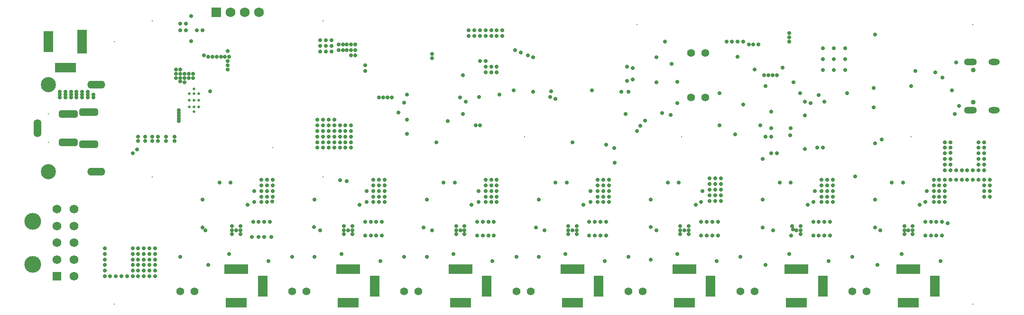
<source format=gbs>
G04*
G04 #@! TF.GenerationSoftware,Altium Limited,Altium Designer,24.5.2 (23)*
G04*
G04 Layer_Color=16711935*
%FSLAX44Y44*%
%MOMM*%
G71*
G04*
G04 #@! TF.SameCoordinates,18AD1EF8-D4E3-4D70-9127-A8B2740D653E*
G04*
G04*
G04 #@! TF.FilePolarity,Negative*
G04*
G01*
G75*
%ADD91C,3.0000*%
%ADD92C,1.5700*%
%ADD93R,1.5700X1.5700*%
%ADD94O,3.2032X1.4032*%
%ADD95C,0.2032*%
%ADD96O,1.4032X3.2032*%
G04:AMPARAMS|DCode=97|XSize=1.4032mm|YSize=3.4032mm|CornerRadius=0mm|HoleSize=0mm|Usage=FLASHONLY|Rotation=90.000|XOffset=0mm|YOffset=0mm|HoleType=Round|Shape=Octagon|*
%AMOCTAGOND97*
4,1,8,-1.7016,-0.3508,-1.7016,0.3508,-1.3508,0.7016,1.3508,0.7016,1.7016,0.3508,1.7016,-0.3508,1.3508,-0.7016,-1.3508,-0.7016,-1.7016,-0.3508,0.0*
%
%ADD97OCTAGOND97*%

%ADD98C,2.7032*%
%ADD99C,1.7272*%
%ADD100R,1.7272X1.7272*%
%ADD101C,1.4224*%
%ADD102R,4.2032X1.7032*%
%ADD103R,3.7032X1.7032*%
%ADD104R,1.7032X3.7032*%
%ADD105O,2.3032X1.2532*%
%ADD106O,2.0032X1.1032*%
%ADD107C,0.8532*%
%ADD108R,1.7032X4.2032*%
%ADD109C,0.7032*%
%ADD110C,0.5000*%
D91*
X21800Y121500D02*
D03*
Y198500D02*
D03*
D92*
X95000Y220000D02*
D03*
Y190000D02*
D03*
Y160000D02*
D03*
Y130000D02*
D03*
Y100000D02*
D03*
X65000Y220000D02*
D03*
Y190000D02*
D03*
Y160000D02*
D03*
Y130000D02*
D03*
D93*
Y100000D02*
D03*
D94*
X135000Y443000D02*
D03*
Y287000D02*
D03*
D95*
X50000Y390000D02*
D03*
Y340000D02*
D03*
X235200Y277500D02*
D03*
X540000D02*
D03*
Y556900D02*
D03*
X235200D02*
D03*
X1100000Y550000D02*
D03*
X1700000D02*
D03*
X1590000Y350000D02*
D03*
X167500Y50000D02*
D03*
Y520000D02*
D03*
X450000Y330000D02*
D03*
X900000Y350000D02*
D03*
X1180000D02*
D03*
X1700000Y50000D02*
D03*
D96*
X30000Y365000D02*
D03*
D97*
X85000Y340000D02*
D03*
Y390000D02*
D03*
X121500Y336000D02*
D03*
Y394000D02*
D03*
D98*
X50000Y443000D02*
D03*
Y287000D02*
D03*
D99*
X425700Y572140D02*
D03*
X400300D02*
D03*
X374900D02*
D03*
D100*
X349500D02*
D03*
D101*
X285000Y72500D02*
D03*
X310400D02*
D03*
X1222400Y500000D02*
D03*
X1197000D02*
D03*
X510400Y72500D02*
D03*
X485000D02*
D03*
X1510400D02*
D03*
X1485000D02*
D03*
X1310400D02*
D03*
X1285000D02*
D03*
X1110400D02*
D03*
X1085000D02*
D03*
X910400D02*
D03*
X885000D02*
D03*
X710400D02*
D03*
X685000D02*
D03*
X1222400Y420000D02*
D03*
X1197000D02*
D03*
D102*
X385000Y112500D02*
D03*
X1585000D02*
D03*
X1385000D02*
D03*
X1185000D02*
D03*
X985000D02*
D03*
X785000D02*
D03*
X585000D02*
D03*
D103*
X385000Y52500D02*
D03*
X1585000D02*
D03*
X1385000D02*
D03*
X1185000D02*
D03*
X985000D02*
D03*
X785000D02*
D03*
X585000D02*
D03*
X80000Y473000D02*
D03*
D104*
X432000Y82500D02*
D03*
X1632000D02*
D03*
X1432000D02*
D03*
X1232000D02*
D03*
X1032000D02*
D03*
X832000D02*
D03*
X632000D02*
D03*
X50000Y520000D02*
D03*
D105*
X1695700Y397014D02*
D03*
Y483414D02*
D03*
D106*
X1737500Y397014D02*
D03*
Y483414D02*
D03*
D107*
X1700700Y469114D02*
D03*
Y411314D02*
D03*
D108*
X110000Y520000D02*
D03*
D109*
X850000Y465000D02*
D03*
X795000Y412500D02*
D03*
X570330Y272170D02*
D03*
X674670Y392830D02*
D03*
X662500Y420000D02*
D03*
X640000D02*
D03*
X647500D02*
D03*
X567500Y505000D02*
D03*
X575000D02*
D03*
X582500D02*
D03*
X567500Y515000D02*
D03*
X575000D02*
D03*
X582500D02*
D03*
X210000Y342500D02*
D03*
X222500D02*
D03*
X235000D02*
D03*
X275000D02*
D03*
X260000D02*
D03*
X245000D02*
D03*
X1380000Y446770D02*
D03*
X338515Y430908D02*
D03*
X1320730Y369798D02*
D03*
X1247500Y370000D02*
D03*
X1275433Y353869D02*
D03*
X1135144Y182356D02*
D03*
X1124484Y188016D02*
D03*
X1343270Y182500D02*
D03*
X955000Y417500D02*
D03*
X525000Y236730D02*
D03*
X1597500Y467500D02*
D03*
X1115000Y378270D02*
D03*
X719230Y187500D02*
D03*
X524119Y187651D02*
D03*
X535016Y182491D02*
D03*
X1082971Y449319D02*
D03*
X1290000Y407500D02*
D03*
X1330000Y350000D02*
D03*
X1475000Y427500D02*
D03*
X1523016Y436984D02*
D03*
X1360000Y473270D02*
D03*
X1373902Y352157D02*
D03*
X1424464Y424464D02*
D03*
X1400000Y412500D02*
D03*
X1340056Y395040D02*
D03*
X1410000Y410000D02*
D03*
X1392014Y428005D02*
D03*
X1172500Y410000D02*
D03*
X1145000Y392500D02*
D03*
X1080431Y390601D02*
D03*
X905488Y495734D02*
D03*
X892500Y500870D02*
D03*
X684631Y410310D02*
D03*
X945770Y420770D02*
D03*
X818831D02*
D03*
X855040Y425310D02*
D03*
X1135000Y491730D02*
D03*
X915000D02*
D03*
X282531Y382339D02*
D03*
X260000Y350000D02*
D03*
X275000D02*
D03*
X222500D02*
D03*
X210000D02*
D03*
X1160209Y388303D02*
D03*
X790000Y390000D02*
D03*
X1350000Y320000D02*
D03*
X1340000D02*
D03*
X742500Y340000D02*
D03*
X762500Y377500D02*
D03*
X690000Y355000D02*
D03*
X245000Y350000D02*
D03*
X235000D02*
D03*
X655000Y420000D02*
D03*
X615000Y467500D02*
D03*
X1655000Y195000D02*
D03*
X285222Y448779D02*
D03*
X1060310Y303051D02*
D03*
X282500Y392500D02*
D03*
X1342500Y459960D02*
D03*
X1350000D02*
D03*
X1310000Y470000D02*
D03*
X1317500Y515000D02*
D03*
X1307750Y515000D02*
D03*
X1300000Y515000D02*
D03*
X1720000Y242500D02*
D03*
Y252500D02*
D03*
Y262500D02*
D03*
X1730000Y242500D02*
D03*
Y252500D02*
D03*
Y262500D02*
D03*
Y272500D02*
D03*
X1720000D02*
D03*
X1710000D02*
D03*
X1700000D02*
D03*
X1690000D02*
D03*
X1680000D02*
D03*
X1670000D02*
D03*
X1660000D02*
D03*
X1720000Y340000D02*
D03*
Y330000D02*
D03*
Y320000D02*
D03*
Y310000D02*
D03*
Y300000D02*
D03*
Y290000D02*
D03*
X1650000D02*
D03*
Y300000D02*
D03*
Y310000D02*
D03*
Y320000D02*
D03*
Y330000D02*
D03*
Y340000D02*
D03*
X1630000Y272500D02*
D03*
X1555000Y267500D02*
D03*
X370000Y477500D02*
D03*
X1082500Y475000D02*
D03*
X1092500Y472500D02*
D03*
X1327500Y460000D02*
D03*
X1335000D02*
D03*
X590000Y370000D02*
D03*
Y360000D02*
D03*
Y350000D02*
D03*
Y340000D02*
D03*
Y330000D02*
D03*
X580000D02*
D03*
Y340000D02*
D03*
Y350000D02*
D03*
Y360000D02*
D03*
Y370000D02*
D03*
X735000Y497500D02*
D03*
X590000Y495000D02*
D03*
Y505000D02*
D03*
Y515000D02*
D03*
X615000Y477500D02*
D03*
X597500Y495000D02*
D03*
Y505000D02*
D03*
Y515000D02*
D03*
X545000Y502500D02*
D03*
Y512500D02*
D03*
X285000Y470000D02*
D03*
X277500D02*
D03*
Y455000D02*
D03*
Y462500D02*
D03*
X285000Y455000D02*
D03*
Y462500D02*
D03*
X292500D02*
D03*
X282500Y377500D02*
D03*
X282344Y387240D02*
D03*
X282500Y397500D02*
D03*
X130000Y420000D02*
D03*
Y425000D02*
D03*
X120000Y420000D02*
D03*
Y425000D02*
D03*
Y430000D02*
D03*
X110000Y420000D02*
D03*
Y425000D02*
D03*
Y430000D02*
D03*
X100000Y420000D02*
D03*
Y425000D02*
D03*
Y430000D02*
D03*
X90000Y420000D02*
D03*
Y425000D02*
D03*
Y430000D02*
D03*
X80000Y420000D02*
D03*
Y425000D02*
D03*
Y430000D02*
D03*
X70000Y420000D02*
D03*
Y425000D02*
D03*
Y430000D02*
D03*
X327500Y495000D02*
D03*
X370000Y502590D02*
D03*
X735000Y490000D02*
D03*
X545000Y522500D02*
D03*
X555000D02*
D03*
X535000D02*
D03*
Y502500D02*
D03*
Y512500D02*
D03*
X555000Y502500D02*
D03*
Y512500D02*
D03*
X304904Y565541D02*
D03*
Y520541D02*
D03*
X314904Y540541D02*
D03*
X294904D02*
D03*
X207662Y327175D02*
D03*
X200000Y320000D02*
D03*
X690000Y380000D02*
D03*
X784656Y420344D02*
D03*
X790000Y460120D02*
D03*
X840000Y475000D02*
D03*
X830000D02*
D03*
X840000Y465000D02*
D03*
X860000Y540000D02*
D03*
X850000D02*
D03*
X840000D02*
D03*
X830000D02*
D03*
X820000D02*
D03*
X810000D02*
D03*
X800000D02*
D03*
X850000Y475000D02*
D03*
X840000Y530000D02*
D03*
X830000D02*
D03*
X860000D02*
D03*
X850000D02*
D03*
X800000D02*
D03*
X810000D02*
D03*
X820000D02*
D03*
X830000Y465000D02*
D03*
X820000Y485000D02*
D03*
X690000Y425000D02*
D03*
X1662500Y432500D02*
D03*
X1645457Y455417D02*
D03*
X1667500Y390000D02*
D03*
X1632500Y465000D02*
D03*
X1590000Y440000D02*
D03*
X1670000Y482500D02*
D03*
X1710000Y340000D02*
D03*
Y330000D02*
D03*
Y320000D02*
D03*
Y310000D02*
D03*
Y300000D02*
D03*
Y290000D02*
D03*
X1700000D02*
D03*
X1690000D02*
D03*
X1680000D02*
D03*
X1670000D02*
D03*
X1660000D02*
D03*
Y300000D02*
D03*
Y310000D02*
D03*
X1660359Y320667D02*
D03*
X1660000Y340000D02*
D03*
X570000Y330000D02*
D03*
Y340000D02*
D03*
Y350000D02*
D03*
Y360000D02*
D03*
Y370000D02*
D03*
X560000Y330000D02*
D03*
Y340000D02*
D03*
Y350000D02*
D03*
Y360000D02*
D03*
Y370000D02*
D03*
Y380000D02*
D03*
X550000Y330000D02*
D03*
Y340000D02*
D03*
Y350000D02*
D03*
Y360000D02*
D03*
Y370000D02*
D03*
Y380000D02*
D03*
X540000Y350000D02*
D03*
Y330000D02*
D03*
Y340000D02*
D03*
Y360000D02*
D03*
Y370000D02*
D03*
Y380000D02*
D03*
X530000Y330000D02*
D03*
Y340000D02*
D03*
Y350000D02*
D03*
Y360000D02*
D03*
Y370000D02*
D03*
Y380000D02*
D03*
X1092500Y452500D02*
D03*
X1085000Y430000D02*
D03*
X947500Y430991D02*
D03*
X880000Y432500D02*
D03*
X915000Y430000D02*
D03*
X1020000Y432540D02*
D03*
X1072500Y430000D02*
D03*
X325000Y540000D02*
D03*
X372500Y492500D02*
D03*
X365000D02*
D03*
X357500D02*
D03*
X350000D02*
D03*
X342500D02*
D03*
X335000D02*
D03*
X370000Y485000D02*
D03*
Y470000D02*
D03*
X292500Y447500D02*
D03*
X300000Y462500D02*
D03*
X307500D02*
D03*
Y455000D02*
D03*
X300000D02*
D03*
X292500D02*
D03*
X830000Y485000D02*
D03*
X919960Y187500D02*
D03*
X850000Y272500D02*
D03*
Y252500D02*
D03*
X840000Y262500D02*
D03*
X830000Y272500D02*
D03*
X840000Y242500D02*
D03*
X850000Y232500D02*
D03*
Y242500D02*
D03*
X830000Y262500D02*
D03*
X840000Y252500D02*
D03*
X830000D02*
D03*
Y232500D02*
D03*
X817500D02*
D03*
X845000Y197500D02*
D03*
X835000D02*
D03*
X805000Y227500D02*
D03*
X812540Y370000D02*
D03*
X817500Y252500D02*
D03*
X820000Y370000D02*
D03*
X830000Y242500D02*
D03*
X882500Y505000D02*
D03*
X582500Y270000D02*
D03*
X1106313Y369028D02*
D03*
X1100000Y360000D02*
D03*
X985000Y340000D02*
D03*
X1045000Y335000D02*
D03*
X1059954Y329672D02*
D03*
X1372500Y520000D02*
D03*
Y527500D02*
D03*
X1280000Y492500D02*
D03*
X1150000Y520000D02*
D03*
X840000Y272500D02*
D03*
Y232500D02*
D03*
X850000Y262500D02*
D03*
X425000Y170000D02*
D03*
X392500Y175000D02*
D03*
X329960Y182500D02*
D03*
X355000Y267500D02*
D03*
X375000D02*
D03*
X430000Y272500D02*
D03*
X450000Y262500D02*
D03*
X377500Y182500D02*
D03*
Y190000D02*
D03*
X440000Y252500D02*
D03*
X430000Y242500D02*
D03*
X417500Y252500D02*
D03*
X430000Y262500D02*
D03*
X440000Y272500D02*
D03*
X430000Y252500D02*
D03*
X417500Y232500D02*
D03*
X440000Y262500D02*
D03*
X450000Y272500D02*
D03*
X405000Y227500D02*
D03*
X415000Y197500D02*
D03*
X440000Y232500D02*
D03*
X392500Y182500D02*
D03*
X450000Y242500D02*
D03*
X448936Y233564D02*
D03*
X425000Y197500D02*
D03*
X435000Y197500D02*
D03*
X412500Y170000D02*
D03*
X445000Y197500D02*
D03*
X1450000Y272500D02*
D03*
X1422500Y330000D02*
D03*
X1432500D02*
D03*
X1660000D02*
D03*
X1162500Y480000D02*
D03*
X1247500Y427460D02*
D03*
X1522500Y402500D02*
D03*
X1435000Y412500D02*
D03*
X1400000Y327500D02*
D03*
X1375000Y365000D02*
D03*
X1400000Y387500D02*
D03*
X325000Y187500D02*
D03*
Y237500D02*
D03*
X440000Y242500D02*
D03*
X450000Y252500D02*
D03*
X335000Y120000D02*
D03*
X442500Y127500D02*
D03*
X285000Y135000D02*
D03*
X372500Y140000D02*
D03*
X447314Y170186D02*
D03*
X435000Y170000D02*
D03*
X377500Y175000D02*
D03*
X385000Y182500D02*
D03*
X392500Y190000D02*
D03*
X430000Y232500D02*
D03*
X1135000Y447500D02*
D03*
X1172500Y448055D02*
D03*
X1330000Y440000D02*
D03*
X1489919Y278293D02*
D03*
X1675000Y405000D02*
D03*
X1325000Y310000D02*
D03*
X1340000Y350000D02*
D03*
X285000Y540000D02*
D03*
Y552500D02*
D03*
X295000D02*
D03*
X1324920Y237500D02*
D03*
Y187500D02*
D03*
X1250000Y275000D02*
D03*
X1240000D02*
D03*
X1250000Y265000D02*
D03*
X1240000D02*
D03*
X1250000Y255000D02*
D03*
X1230000Y275000D02*
D03*
X1250000Y245000D02*
D03*
X1230000Y265000D02*
D03*
X1240000Y255000D02*
D03*
X925000Y237500D02*
D03*
X1040000Y272500D02*
D03*
X1050000D02*
D03*
X1230000Y255000D02*
D03*
X1250000Y235000D02*
D03*
X1240000Y245000D02*
D03*
X1217500Y252500D02*
D03*
X1240000Y235000D02*
D03*
X1230000Y245000D02*
D03*
X1290000Y520000D02*
D03*
X1280000D02*
D03*
X1270000D02*
D03*
X1260000D02*
D03*
X1525000Y532500D02*
D03*
X1372500Y535000D02*
D03*
X1340000Y365000D02*
D03*
X1525000Y337500D02*
D03*
X1537500Y345000D02*
D03*
X1432250Y488500D02*
D03*
X190000Y100000D02*
D03*
X180000D02*
D03*
X170000D02*
D03*
X160000D02*
D03*
X150000D02*
D03*
Y110000D02*
D03*
Y120000D02*
D03*
Y130000D02*
D03*
Y140000D02*
D03*
Y150000D02*
D03*
X240000Y100000D02*
D03*
Y110000D02*
D03*
Y120000D02*
D03*
Y130000D02*
D03*
Y140000D02*
D03*
Y150000D02*
D03*
X230000D02*
D03*
Y140000D02*
D03*
Y130000D02*
D03*
Y120000D02*
D03*
Y110000D02*
D03*
Y100000D02*
D03*
X220000D02*
D03*
Y110000D02*
D03*
Y120000D02*
D03*
Y130000D02*
D03*
Y140000D02*
D03*
Y150000D02*
D03*
X210000Y100000D02*
D03*
Y110000D02*
D03*
Y120000D02*
D03*
Y130000D02*
D03*
Y140000D02*
D03*
Y150000D02*
D03*
X200000Y100000D02*
D03*
Y110000D02*
D03*
Y120000D02*
D03*
Y130000D02*
D03*
Y140000D02*
D03*
Y150000D02*
D03*
X1432250Y508250D02*
D03*
X1471750Y468750D02*
D03*
X1452000D02*
D03*
X1432250D02*
D03*
X1452000Y508250D02*
D03*
X1471750D02*
D03*
Y488500D02*
D03*
X1452000D02*
D03*
X1530000Y120000D02*
D03*
X1378564Y183564D02*
D03*
X1375186Y172686D02*
D03*
X1485000Y135000D02*
D03*
X1330000Y120000D02*
D03*
X1125000Y130000D02*
D03*
X925000Y135000D02*
D03*
X725000D02*
D03*
X525000D02*
D03*
X1615000Y172500D02*
D03*
X1630000Y242500D02*
D03*
X1640000Y262500D02*
D03*
X1630000D02*
D03*
X1615000Y197500D02*
D03*
X1645000D02*
D03*
X1640000Y232500D02*
D03*
X1615000D02*
D03*
X1605000Y227500D02*
D03*
X1650000Y272500D02*
D03*
X1640000D02*
D03*
X1625000Y197500D02*
D03*
X1635000D02*
D03*
X1625000Y172500D02*
D03*
X1635000D02*
D03*
X1642500Y127500D02*
D03*
X1525000Y237500D02*
D03*
Y187500D02*
D03*
X1535000Y182500D02*
D03*
X1617500Y252500D02*
D03*
X1575000Y267500D02*
D03*
X1592500Y182500D02*
D03*
Y190000D02*
D03*
Y175000D02*
D03*
X1577500Y190000D02*
D03*
X1585000Y182500D02*
D03*
X1577500D02*
D03*
Y175000D02*
D03*
X1572500Y140000D02*
D03*
X1205000Y227500D02*
D03*
X1245000Y172500D02*
D03*
X1225000Y197500D02*
D03*
X1235000D02*
D03*
Y172500D02*
D03*
X1225000D02*
D03*
X1242500Y127500D02*
D03*
X1125000Y237500D02*
D03*
X1175000Y267500D02*
D03*
X1155000D02*
D03*
X1085000Y135000D02*
D03*
X1192500Y182500D02*
D03*
Y175000D02*
D03*
Y190000D02*
D03*
X1177500D02*
D03*
X1185000Y182500D02*
D03*
X1177500D02*
D03*
Y175000D02*
D03*
X1172500Y140000D02*
D03*
X1440000Y242500D02*
D03*
X1430000Y252500D02*
D03*
Y262500D02*
D03*
X1445000Y197500D02*
D03*
X1430000Y232500D02*
D03*
X1415000D02*
D03*
X1405000Y227500D02*
D03*
X1450000Y242500D02*
D03*
Y252500D02*
D03*
Y262500D02*
D03*
X1440000Y272500D02*
D03*
X1430000D02*
D03*
X1425000Y197500D02*
D03*
X1435000D02*
D03*
Y172500D02*
D03*
X1425000D02*
D03*
X1442500Y127500D02*
D03*
X1417500Y252500D02*
D03*
X1375000Y267500D02*
D03*
X1355000D02*
D03*
X1285000Y135000D02*
D03*
X1392500Y182500D02*
D03*
Y175000D02*
D03*
Y190000D02*
D03*
X1377500D02*
D03*
X1385000Y182500D02*
D03*
X1372500Y140000D02*
D03*
X1245000Y197500D02*
D03*
X1230000Y235000D02*
D03*
X1215000Y232500D02*
D03*
X1040000Y242500D02*
D03*
X1030000D02*
D03*
X1040000Y262500D02*
D03*
X1030000D02*
D03*
X1015000Y197500D02*
D03*
X1045000D02*
D03*
X1005000Y227500D02*
D03*
X1050000Y262500D02*
D03*
X1030000Y272500D02*
D03*
X1025000Y197500D02*
D03*
X1035000D02*
D03*
Y172500D02*
D03*
X1025000D02*
D03*
X1042500Y127500D02*
D03*
X935000Y182500D02*
D03*
X1017500Y252500D02*
D03*
X975000Y267500D02*
D03*
X955000D02*
D03*
X885000Y135000D02*
D03*
X992500Y182500D02*
D03*
Y175000D02*
D03*
Y190000D02*
D03*
X977500D02*
D03*
X985000Y182500D02*
D03*
X977500D02*
D03*
Y175000D02*
D03*
X972500Y140000D02*
D03*
X825000Y197500D02*
D03*
X835000Y172500D02*
D03*
X825000D02*
D03*
X842500Y127500D02*
D03*
X725000Y237500D02*
D03*
X735000Y182500D02*
D03*
X775000Y267500D02*
D03*
X755000D02*
D03*
X685000Y135000D02*
D03*
X792500Y182500D02*
D03*
Y175000D02*
D03*
Y190000D02*
D03*
X777500D02*
D03*
X785000Y182500D02*
D03*
X777500D02*
D03*
Y175000D02*
D03*
X772500Y140000D02*
D03*
X615000Y172500D02*
D03*
X640000Y242500D02*
D03*
Y262500D02*
D03*
X650000D02*
D03*
Y272500D02*
D03*
X635000Y197500D02*
D03*
X625000D02*
D03*
X635000Y172500D02*
D03*
X625000D02*
D03*
X642500Y127500D02*
D03*
X617500Y252500D02*
D03*
X485000Y135000D02*
D03*
X592500Y182500D02*
D03*
Y175000D02*
D03*
Y190000D02*
D03*
X577500D02*
D03*
X585000Y182500D02*
D03*
X577500D02*
D03*
Y175000D02*
D03*
X572500Y140000D02*
D03*
X815000Y172500D02*
D03*
X845000D02*
D03*
X640000Y252500D02*
D03*
X630000Y262500D02*
D03*
X615000Y197500D02*
D03*
X645000D02*
D03*
X640000Y232500D02*
D03*
X645000Y172500D02*
D03*
X650000Y242500D02*
D03*
X1640000D02*
D03*
Y252500D02*
D03*
X1630000D02*
D03*
Y232500D02*
D03*
X1650000D02*
D03*
X1645000Y172500D02*
D03*
X1650000Y242500D02*
D03*
Y252500D02*
D03*
Y262500D02*
D03*
X1415000Y172500D02*
D03*
X1430000Y242500D02*
D03*
X1440000Y252500D02*
D03*
Y262500D02*
D03*
X1415000Y197500D02*
D03*
X1440000Y232500D02*
D03*
X1450000D02*
D03*
X1445000Y172500D02*
D03*
X1215000D02*
D03*
Y197500D02*
D03*
X1015000Y172500D02*
D03*
X1040000Y252500D02*
D03*
X1030000D02*
D03*
X1040000Y232500D02*
D03*
X1030000D02*
D03*
X1017500D02*
D03*
X1050000D02*
D03*
X1045000Y172500D02*
D03*
X1050000Y242500D02*
D03*
Y252500D02*
D03*
X815000Y197500D02*
D03*
X630000Y242500D02*
D03*
Y252500D02*
D03*
Y232500D02*
D03*
X617500D02*
D03*
X605000Y227500D02*
D03*
X650000Y232500D02*
D03*
Y252500D02*
D03*
X640000Y272500D02*
D03*
X630000D02*
D03*
D110*
X317750Y415000D02*
D03*
X309250D02*
D03*
X300750D02*
D03*
X317750Y403400D02*
D03*
X309250D02*
D03*
X300750D02*
D03*
X317750Y426600D02*
D03*
X309250D02*
D03*
X300750D02*
D03*
X309250Y394500D02*
D03*
Y435500D02*
D03*
M02*

</source>
